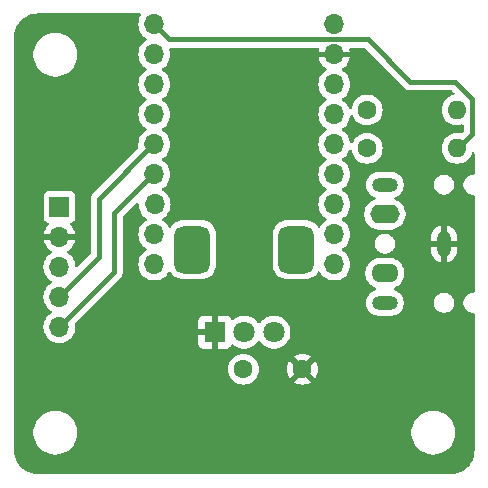
<source format=gbr>
%TF.GenerationSoftware,KiCad,Pcbnew,8.0.7*%
%TF.CreationDate,2025-04-07T14:00:10+01:00*%
%TF.ProjectId,WaveshareDuppaController,57617665-7368-4617-9265-447570706143,rev?*%
%TF.SameCoordinates,Original*%
%TF.FileFunction,Copper,L2,Bot*%
%TF.FilePolarity,Positive*%
%FSLAX46Y46*%
G04 Gerber Fmt 4.6, Leading zero omitted, Abs format (unit mm)*
G04 Created by KiCad (PCBNEW 8.0.7) date 2025-04-07 14:00:10*
%MOMM*%
%LPD*%
G01*
G04 APERTURE LIST*
G04 Aperture macros list*
%AMRoundRect*
0 Rectangle with rounded corners*
0 $1 Rounding radius*
0 $2 $3 $4 $5 $6 $7 $8 $9 X,Y pos of 4 corners*
0 Add a 4 corners polygon primitive as box body*
4,1,4,$2,$3,$4,$5,$6,$7,$8,$9,$2,$3,0*
0 Add four circle primitives for the rounded corners*
1,1,$1+$1,$2,$3*
1,1,$1+$1,$4,$5*
1,1,$1+$1,$6,$7*
1,1,$1+$1,$8,$9*
0 Add four rect primitives between the rounded corners*
20,1,$1+$1,$2,$3,$4,$5,0*
20,1,$1+$1,$4,$5,$6,$7,0*
20,1,$1+$1,$6,$7,$8,$9,0*
20,1,$1+$1,$8,$9,$2,$3,0*%
G04 Aperture macros list end*
%TA.AperFunction,ComponentPad*%
%ADD10O,2.200000X1.200000*%
%TD*%
%TA.AperFunction,ComponentPad*%
%ADD11O,2.300000X1.600000*%
%TD*%
%TA.AperFunction,ComponentPad*%
%ADD12O,1.200000X2.200000*%
%TD*%
%TA.AperFunction,ComponentPad*%
%ADD13O,2.500000X1.600000*%
%TD*%
%TA.AperFunction,ComponentPad*%
%ADD14C,1.600000*%
%TD*%
%TA.AperFunction,ComponentPad*%
%ADD15R,1.700000X1.700000*%
%TD*%
%TA.AperFunction,ComponentPad*%
%ADD16O,1.700000X1.700000*%
%TD*%
%TA.AperFunction,ComponentPad*%
%ADD17O,1.600000X1.600000*%
%TD*%
%TA.AperFunction,ComponentPad*%
%ADD18R,1.800000X1.800000*%
%TD*%
%TA.AperFunction,ComponentPad*%
%ADD19C,1.800000*%
%TD*%
%TA.AperFunction,ComponentPad*%
%ADD20RoundRect,0.750000X0.750000X-1.250000X0.750000X1.250000X-0.750000X1.250000X-0.750000X-1.250000X0*%
%TD*%
%TA.AperFunction,ViaPad*%
%ADD21C,0.600000*%
%TD*%
%TA.AperFunction,Conductor*%
%ADD22C,0.400000*%
%TD*%
G04 APERTURE END LIST*
D10*
%TO.P,J2,R*%
%TO.N,Net-(J2-PadR)*%
X81900000Y-75000000D03*
D11*
%TO.P,J2,RN*%
%TO.N,N/C*%
X81900000Y-72500000D03*
D12*
%TO.P,J2,S*%
%TO.N,GND*%
X86900000Y-70000000D03*
D10*
%TO.P,J2,T*%
%TO.N,Net-(J2-PadT)*%
X81900000Y-65000000D03*
D13*
%TO.P,J2,TN*%
%TO.N,N/C*%
X81900000Y-67500000D03*
%TD*%
D14*
%TO.P,C1,1*%
%TO.N,/ALG*%
X69925000Y-80625000D03*
%TO.P,C1,2*%
%TO.N,GND*%
X74925000Y-80625000D03*
%TD*%
D15*
%TO.P,J1,1,Pin_1*%
%TO.N,+5V*%
X54350000Y-66875000D03*
D16*
%TO.P,J1,2,Pin_2*%
%TO.N,GND*%
X54350000Y-69415000D03*
%TO.P,J1,3,Pin_3*%
%TO.N,+3.3V*%
X54350000Y-71955000D03*
%TO.P,J1,4,Pin_4*%
%TO.N,/SDA*%
X54350000Y-74495000D03*
%TO.P,J1,5,Pin_5*%
%TO.N,/SCL*%
X54350000Y-77035000D03*
%TD*%
D14*
%TO.P,R3,1*%
%TO.N,Net-(J2-PadT)*%
X80400000Y-61925000D03*
D17*
%TO.P,R3,2*%
%TO.N,/TX*%
X88020000Y-61925000D03*
%TD*%
D14*
%TO.P,R2,1*%
%TO.N,Net-(J2-PadR)*%
X80400000Y-58675000D03*
D17*
%TO.P,R2,2*%
%TO.N,+3.3V*%
X88020000Y-58675000D03*
%TD*%
D18*
%TO.P,RV1,1,1*%
%TO.N,GND*%
X67500000Y-77500000D03*
D19*
%TO.P,RV1,2,2*%
%TO.N,/ALG*%
X70000000Y-77500000D03*
%TO.P,RV1,3,3*%
%TO.N,+3.3V*%
X72500000Y-77500000D03*
D20*
%TO.P,RV1,MP*%
%TO.N,N/C*%
X65600000Y-70500000D03*
X74400000Y-70500000D03*
%TD*%
D16*
%TO.P,U1,1,+5V*%
%TO.N,+5V*%
X77620000Y-51440000D03*
%TO.P,U1,2,GND*%
%TO.N,GND*%
X77620000Y-53980000D03*
%TO.P,U1,3,+3V3*%
%TO.N,+3.3V*%
X77620000Y-56520000D03*
%TO.P,U1,4,4*%
%TO.N,/ALG*%
X77620000Y-59060000D03*
%TO.P,U1,5,5*%
%TO.N,unconnected-(U1-Pad5)*%
X77620000Y-61600000D03*
%TO.P,U1,6,6*%
%TO.N,unconnected-(U1-Pad6)*%
X77620000Y-64140000D03*
%TO.P,U1,7,7*%
%TO.N,unconnected-(U1-Pad7)*%
X77620000Y-66680000D03*
%TO.P,U1,8,8*%
%TO.N,unconnected-(U1-Pad8)*%
X77620000Y-69220000D03*
%TO.P,U1,9,9*%
%TO.N,unconnected-(U1-Pad9)*%
X77620000Y-71760000D03*
%TO.P,U1,10,10*%
%TO.N,unconnected-(U1-Pad10)*%
X62380000Y-71760000D03*
%TO.P,U1,11,11*%
%TO.N,unconnected-(U1-Pad11)*%
X62380000Y-69220000D03*
%TO.P,U1,12,12*%
%TO.N,unconnected-(U1-Pad12)*%
X62400000Y-66680000D03*
%TO.P,U1,13,13*%
%TO.N,/SCL*%
X62380000Y-64140000D03*
%TO.P,U1,14,14*%
%TO.N,/SDA*%
X62380000Y-61600000D03*
%TO.P,U1,15,15*%
%TO.N,unconnected-(U1-Pad15)*%
X62380000Y-59060000D03*
%TO.P,U1,16,16*%
%TO.N,unconnected-(U1-Pad16)*%
X62380000Y-56520000D03*
%TO.P,U1,17,17/RX*%
%TO.N,/RX*%
X62380000Y-53980000D03*
%TO.P,U1,18,18/TX*%
%TO.N,/TX*%
X62380000Y-51440000D03*
%TD*%
D21*
%TO.N,GND*%
X86430000Y-60130000D03*
X86440000Y-57430000D03*
X60425000Y-68125000D03*
X66900000Y-53875000D03*
X84570000Y-60150000D03*
X60350000Y-61350000D03*
X72800000Y-53875000D03*
X84590000Y-57430000D03*
X58075000Y-76150000D03*
X68650000Y-68900000D03*
%TD*%
D22*
%TO.N,/TX*%
X89300000Y-57750000D02*
X89300000Y-60745000D01*
X87845025Y-56295025D02*
X89300000Y-57750000D01*
X89300000Y-60745000D02*
X88120000Y-61925000D01*
X84044975Y-56295025D02*
X87845025Y-56295025D01*
X63630000Y-52690000D02*
X80439950Y-52690000D01*
X62380000Y-51440000D02*
X63630000Y-52690000D01*
X80439950Y-52690000D02*
X84044975Y-56295025D01*
%TO.N,/SCL*%
X54350000Y-77035000D02*
X59000000Y-72385000D01*
X59000000Y-72385000D02*
X59000000Y-67420000D01*
X59000000Y-67420000D02*
X62380000Y-64040000D01*
%TO.N,/SDA*%
X54350000Y-74495000D02*
X57700000Y-71145000D01*
X57700000Y-71145000D02*
X57700000Y-66180000D01*
X57700000Y-66180000D02*
X62380000Y-61500000D01*
%TD*%
%TA.AperFunction,Conductor*%
%TO.N,GND*%
G36*
X61218026Y-50520185D02*
G01*
X61263781Y-50572989D01*
X61273725Y-50642147D01*
X61252562Y-50695623D01*
X61205965Y-50762169D01*
X61205964Y-50762171D01*
X61106098Y-50976335D01*
X61106094Y-50976344D01*
X61044938Y-51204586D01*
X61044936Y-51204596D01*
X61024341Y-51439999D01*
X61024341Y-51440000D01*
X61044936Y-51675403D01*
X61044938Y-51675413D01*
X61106094Y-51903655D01*
X61106096Y-51903659D01*
X61106097Y-51903663D01*
X61145715Y-51988623D01*
X61205965Y-52117830D01*
X61205967Y-52117834D01*
X61341501Y-52311395D01*
X61341506Y-52311402D01*
X61508597Y-52478493D01*
X61508603Y-52478498D01*
X61694158Y-52608425D01*
X61737783Y-52663002D01*
X61744977Y-52732500D01*
X61713454Y-52794855D01*
X61694158Y-52811575D01*
X61508597Y-52941505D01*
X61341505Y-53108597D01*
X61205965Y-53302169D01*
X61205964Y-53302171D01*
X61106098Y-53516335D01*
X61106094Y-53516344D01*
X61044938Y-53744586D01*
X61044936Y-53744596D01*
X61024341Y-53979999D01*
X61024341Y-53980000D01*
X61044936Y-54215403D01*
X61044938Y-54215413D01*
X61106094Y-54443655D01*
X61106096Y-54443659D01*
X61106097Y-54443663D01*
X61177180Y-54596100D01*
X61205965Y-54657830D01*
X61205967Y-54657834D01*
X61341501Y-54851395D01*
X61341506Y-54851402D01*
X61508597Y-55018493D01*
X61508603Y-55018498D01*
X61694158Y-55148425D01*
X61737783Y-55203002D01*
X61744977Y-55272500D01*
X61713454Y-55334855D01*
X61694158Y-55351575D01*
X61508597Y-55481505D01*
X61341505Y-55648597D01*
X61205965Y-55842169D01*
X61205964Y-55842171D01*
X61106098Y-56056335D01*
X61106094Y-56056344D01*
X61044938Y-56284586D01*
X61044936Y-56284596D01*
X61024341Y-56519999D01*
X61024341Y-56520000D01*
X61044936Y-56755403D01*
X61044938Y-56755413D01*
X61106094Y-56983655D01*
X61106096Y-56983659D01*
X61106097Y-56983663D01*
X61205965Y-57197830D01*
X61205967Y-57197834D01*
X61253683Y-57265979D01*
X61340079Y-57389365D01*
X61341501Y-57391395D01*
X61341506Y-57391402D01*
X61508597Y-57558493D01*
X61508603Y-57558498D01*
X61694158Y-57688425D01*
X61737783Y-57743002D01*
X61744977Y-57812500D01*
X61713454Y-57874855D01*
X61694158Y-57891575D01*
X61508597Y-58021505D01*
X61341505Y-58188597D01*
X61205965Y-58382169D01*
X61205964Y-58382171D01*
X61106098Y-58596335D01*
X61106094Y-58596344D01*
X61044938Y-58824586D01*
X61044936Y-58824596D01*
X61024341Y-59059999D01*
X61024341Y-59060000D01*
X61044936Y-59295403D01*
X61044938Y-59295413D01*
X61106094Y-59523655D01*
X61106096Y-59523659D01*
X61106097Y-59523663D01*
X61176688Y-59675045D01*
X61205965Y-59737830D01*
X61205967Y-59737834D01*
X61341501Y-59931395D01*
X61341506Y-59931402D01*
X61508597Y-60098493D01*
X61508603Y-60098498D01*
X61694158Y-60228425D01*
X61737783Y-60283002D01*
X61744977Y-60352500D01*
X61713454Y-60414855D01*
X61694158Y-60431575D01*
X61508597Y-60561505D01*
X61341505Y-60728597D01*
X61205965Y-60922169D01*
X61205964Y-60922171D01*
X61106098Y-61136335D01*
X61106094Y-61136344D01*
X61044938Y-61364586D01*
X61044936Y-61364596D01*
X61024341Y-61599999D01*
X61024341Y-61600001D01*
X61040621Y-61786080D01*
X61026854Y-61854580D01*
X61004774Y-61884568D01*
X57155888Y-65733453D01*
X57155885Y-65733456D01*
X57085087Y-65839415D01*
X57079229Y-65848180D01*
X57079224Y-65848189D01*
X57026420Y-65975671D01*
X57026418Y-65975677D01*
X56999500Y-66111004D01*
X56999500Y-70803480D01*
X56979815Y-70870519D01*
X56963181Y-70891161D01*
X55909273Y-71945068D01*
X55847950Y-71978553D01*
X55778258Y-71973569D01*
X55722325Y-71931697D01*
X55698064Y-71868194D01*
X55693707Y-71818390D01*
X55685063Y-71719592D01*
X55623903Y-71491337D01*
X55524035Y-71277171D01*
X55492072Y-71231522D01*
X55388494Y-71083597D01*
X55221402Y-70916506D01*
X55221401Y-70916505D01*
X55035405Y-70786269D01*
X54991781Y-70731692D01*
X54984588Y-70662193D01*
X55016110Y-70599839D01*
X55035405Y-70583119D01*
X55221082Y-70453105D01*
X55388105Y-70286082D01*
X55523600Y-70092578D01*
X55623429Y-69878492D01*
X55623432Y-69878486D01*
X55680636Y-69665000D01*
X54783012Y-69665000D01*
X54815925Y-69607993D01*
X54850000Y-69480826D01*
X54850000Y-69349174D01*
X54815925Y-69222007D01*
X54783012Y-69165000D01*
X55680636Y-69165000D01*
X55680635Y-69164999D01*
X55623432Y-68951513D01*
X55623429Y-68951507D01*
X55523600Y-68737422D01*
X55523599Y-68737420D01*
X55388113Y-68543926D01*
X55388108Y-68543920D01*
X55266053Y-68421865D01*
X55232568Y-68360542D01*
X55237552Y-68290850D01*
X55279424Y-68234917D01*
X55310400Y-68218002D01*
X55442331Y-68168796D01*
X55557546Y-68082546D01*
X55643796Y-67967331D01*
X55694091Y-67832483D01*
X55700500Y-67772873D01*
X55700499Y-65977128D01*
X55694091Y-65917517D01*
X55676437Y-65870185D01*
X55643797Y-65782671D01*
X55643793Y-65782664D01*
X55557547Y-65667455D01*
X55557544Y-65667452D01*
X55442335Y-65581206D01*
X55442328Y-65581202D01*
X55307482Y-65530908D01*
X55307483Y-65530908D01*
X55247883Y-65524501D01*
X55247881Y-65524500D01*
X55247873Y-65524500D01*
X55247864Y-65524500D01*
X53452129Y-65524500D01*
X53452123Y-65524501D01*
X53392516Y-65530908D01*
X53257671Y-65581202D01*
X53257664Y-65581206D01*
X53142455Y-65667452D01*
X53142452Y-65667455D01*
X53056206Y-65782664D01*
X53056202Y-65782671D01*
X53005908Y-65917517D01*
X52999656Y-65975672D01*
X52999501Y-65977123D01*
X52999500Y-65977135D01*
X52999500Y-67772870D01*
X52999501Y-67772876D01*
X53005908Y-67832483D01*
X53056202Y-67967328D01*
X53056206Y-67967335D01*
X53142452Y-68082544D01*
X53142455Y-68082547D01*
X53257664Y-68168793D01*
X53257671Y-68168797D01*
X53291746Y-68181506D01*
X53389598Y-68218002D01*
X53445531Y-68259873D01*
X53469949Y-68325337D01*
X53455098Y-68393610D01*
X53433947Y-68421865D01*
X53311886Y-68543926D01*
X53176400Y-68737420D01*
X53176399Y-68737422D01*
X53076570Y-68951507D01*
X53076567Y-68951513D01*
X53019364Y-69164999D01*
X53019364Y-69165000D01*
X53916988Y-69165000D01*
X53884075Y-69222007D01*
X53850000Y-69349174D01*
X53850000Y-69480826D01*
X53884075Y-69607993D01*
X53916988Y-69665000D01*
X53019364Y-69665000D01*
X53076567Y-69878486D01*
X53076570Y-69878492D01*
X53176399Y-70092578D01*
X53311894Y-70286082D01*
X53478917Y-70453105D01*
X53664595Y-70583119D01*
X53708219Y-70637696D01*
X53715412Y-70707195D01*
X53683890Y-70769549D01*
X53664595Y-70786269D01*
X53478594Y-70916508D01*
X53311505Y-71083597D01*
X53175965Y-71277169D01*
X53175964Y-71277171D01*
X53076098Y-71491335D01*
X53076094Y-71491344D01*
X53014938Y-71719586D01*
X53014936Y-71719596D01*
X52994341Y-71954999D01*
X52994341Y-71955000D01*
X53014936Y-72190403D01*
X53014938Y-72190413D01*
X53076094Y-72418655D01*
X53076096Y-72418659D01*
X53076097Y-72418663D01*
X53161752Y-72602351D01*
X53175965Y-72632830D01*
X53175967Y-72632834D01*
X53311501Y-72826395D01*
X53311506Y-72826402D01*
X53478597Y-72993493D01*
X53478603Y-72993498D01*
X53664158Y-73123425D01*
X53707783Y-73178002D01*
X53714977Y-73247500D01*
X53683454Y-73309855D01*
X53664158Y-73326575D01*
X53478597Y-73456505D01*
X53311505Y-73623597D01*
X53175965Y-73817169D01*
X53175964Y-73817171D01*
X53076098Y-74031335D01*
X53076094Y-74031344D01*
X53014938Y-74259586D01*
X53014936Y-74259596D01*
X52994341Y-74494999D01*
X52994341Y-74495000D01*
X53014936Y-74730403D01*
X53014938Y-74730413D01*
X53076094Y-74958655D01*
X53076096Y-74958659D01*
X53076097Y-74958663D01*
X53175965Y-75172830D01*
X53175967Y-75172834D01*
X53311501Y-75366395D01*
X53311506Y-75366402D01*
X53478597Y-75533493D01*
X53478603Y-75533498D01*
X53664158Y-75663425D01*
X53707783Y-75718002D01*
X53714977Y-75787500D01*
X53683454Y-75849855D01*
X53664158Y-75866575D01*
X53478597Y-75996505D01*
X53311505Y-76163597D01*
X53175965Y-76357169D01*
X53175964Y-76357171D01*
X53076098Y-76571335D01*
X53076094Y-76571344D01*
X53014938Y-76799586D01*
X53014936Y-76799596D01*
X52994341Y-77034999D01*
X52994341Y-77035000D01*
X53014936Y-77270403D01*
X53014938Y-77270413D01*
X53076094Y-77498655D01*
X53076096Y-77498659D01*
X53076097Y-77498663D01*
X53107416Y-77565826D01*
X53175965Y-77712830D01*
X53175967Y-77712834D01*
X53284281Y-77867521D01*
X53311505Y-77906401D01*
X53478599Y-78073495D01*
X53568949Y-78136759D01*
X53672165Y-78209032D01*
X53672167Y-78209033D01*
X53672170Y-78209035D01*
X53886337Y-78308903D01*
X54114592Y-78370063D01*
X54302918Y-78386539D01*
X54349999Y-78390659D01*
X54350000Y-78390659D01*
X54350001Y-78390659D01*
X54389234Y-78387226D01*
X54585408Y-78370063D01*
X54813663Y-78308903D01*
X55027830Y-78209035D01*
X55221401Y-78073495D01*
X55388495Y-77906401D01*
X55524035Y-77712830D01*
X55623903Y-77498663D01*
X55685063Y-77270408D01*
X55705659Y-77035000D01*
X55685063Y-76799592D01*
X55680558Y-76782779D01*
X55682219Y-76712932D01*
X55712649Y-76663006D01*
X55823500Y-76552155D01*
X66100000Y-76552155D01*
X66100000Y-77250000D01*
X67066988Y-77250000D01*
X67034075Y-77307007D01*
X67000000Y-77434174D01*
X67000000Y-77565826D01*
X67034075Y-77692993D01*
X67066988Y-77750000D01*
X66100000Y-77750000D01*
X66100000Y-78447844D01*
X66106401Y-78507372D01*
X66106403Y-78507379D01*
X66156645Y-78642086D01*
X66156649Y-78642093D01*
X66242809Y-78757187D01*
X66242812Y-78757190D01*
X66357906Y-78843350D01*
X66357913Y-78843354D01*
X66492620Y-78893596D01*
X66492627Y-78893598D01*
X66552155Y-78899999D01*
X66552172Y-78900000D01*
X67250000Y-78900000D01*
X67250000Y-77933012D01*
X67307007Y-77965925D01*
X67434174Y-78000000D01*
X67565826Y-78000000D01*
X67692993Y-77965925D01*
X67750000Y-77933012D01*
X67750000Y-78900000D01*
X68447828Y-78900000D01*
X68447844Y-78899999D01*
X68507372Y-78893598D01*
X68507379Y-78893596D01*
X68642086Y-78843354D01*
X68642093Y-78843350D01*
X68757187Y-78757190D01*
X68757190Y-78757187D01*
X68843350Y-78642093D01*
X68843353Y-78642088D01*
X68861678Y-78592955D01*
X68903549Y-78537020D01*
X68969013Y-78512602D01*
X69037286Y-78527453D01*
X69054023Y-78538433D01*
X69231365Y-78676464D01*
X69231371Y-78676468D01*
X69231374Y-78676470D01*
X69435497Y-78786936D01*
X69549487Y-78826068D01*
X69655015Y-78862297D01*
X69655017Y-78862297D01*
X69655019Y-78862298D01*
X69883951Y-78900500D01*
X69883952Y-78900500D01*
X70116048Y-78900500D01*
X70116049Y-78900500D01*
X70344981Y-78862298D01*
X70564503Y-78786936D01*
X70768626Y-78676470D01*
X70951784Y-78533913D01*
X71108979Y-78363153D01*
X71146191Y-78306196D01*
X71199337Y-78260839D01*
X71268569Y-78251415D01*
X71331904Y-78280917D01*
X71353809Y-78306196D01*
X71391016Y-78363147D01*
X71391019Y-78363151D01*
X71391021Y-78363153D01*
X71548216Y-78533913D01*
X71548219Y-78533915D01*
X71548222Y-78533918D01*
X71731365Y-78676464D01*
X71731371Y-78676468D01*
X71731374Y-78676470D01*
X71935497Y-78786936D01*
X72049487Y-78826068D01*
X72155015Y-78862297D01*
X72155017Y-78862297D01*
X72155019Y-78862298D01*
X72383951Y-78900500D01*
X72383952Y-78900500D01*
X72616048Y-78900500D01*
X72616049Y-78900500D01*
X72844981Y-78862298D01*
X73064503Y-78786936D01*
X73268626Y-78676470D01*
X73451784Y-78533913D01*
X73608979Y-78363153D01*
X73735924Y-78168849D01*
X73829157Y-77956300D01*
X73886134Y-77731305D01*
X73905300Y-77500000D01*
X73905300Y-77499993D01*
X73886135Y-77268702D01*
X73886133Y-77268691D01*
X73829157Y-77043699D01*
X73735924Y-76831151D01*
X73608983Y-76636852D01*
X73608980Y-76636849D01*
X73608979Y-76636847D01*
X73451784Y-76466087D01*
X73451779Y-76466083D01*
X73451777Y-76466081D01*
X73268634Y-76323535D01*
X73268628Y-76323531D01*
X73064504Y-76213064D01*
X73064495Y-76213061D01*
X72844984Y-76137702D01*
X72657404Y-76106401D01*
X72616049Y-76099500D01*
X72383951Y-76099500D01*
X72342596Y-76106401D01*
X72155015Y-76137702D01*
X71935504Y-76213061D01*
X71935495Y-76213064D01*
X71731371Y-76323531D01*
X71731365Y-76323535D01*
X71548222Y-76466081D01*
X71548219Y-76466084D01*
X71548216Y-76466086D01*
X71548216Y-76466087D01*
X71523785Y-76492627D01*
X71391015Y-76636854D01*
X71353808Y-76693804D01*
X71300662Y-76739161D01*
X71231430Y-76748584D01*
X71168095Y-76719082D01*
X71146192Y-76693804D01*
X71108984Y-76636854D01*
X71108982Y-76636852D01*
X71108979Y-76636847D01*
X70951784Y-76466087D01*
X70951779Y-76466083D01*
X70951777Y-76466081D01*
X70768634Y-76323535D01*
X70768628Y-76323531D01*
X70564504Y-76213064D01*
X70564495Y-76213061D01*
X70344984Y-76137702D01*
X70157404Y-76106401D01*
X70116049Y-76099500D01*
X69883951Y-76099500D01*
X69842596Y-76106401D01*
X69655015Y-76137702D01*
X69435504Y-76213061D01*
X69435495Y-76213064D01*
X69231372Y-76323531D01*
X69054023Y-76461567D01*
X68989029Y-76487209D01*
X68920489Y-76473642D01*
X68870164Y-76425174D01*
X68861679Y-76407045D01*
X68843355Y-76357915D01*
X68843350Y-76357906D01*
X68757190Y-76242812D01*
X68757187Y-76242809D01*
X68642093Y-76156649D01*
X68642086Y-76156645D01*
X68507379Y-76106403D01*
X68507372Y-76106401D01*
X68447844Y-76100000D01*
X67750000Y-76100000D01*
X67750000Y-77066988D01*
X67692993Y-77034075D01*
X67565826Y-77000000D01*
X67434174Y-77000000D01*
X67307007Y-77034075D01*
X67250000Y-77066988D01*
X67250000Y-76100000D01*
X66552155Y-76100000D01*
X66492627Y-76106401D01*
X66492620Y-76106403D01*
X66357913Y-76156645D01*
X66357906Y-76156649D01*
X66242812Y-76242809D01*
X66242809Y-76242812D01*
X66156649Y-76357906D01*
X66156645Y-76357913D01*
X66106403Y-76492620D01*
X66106401Y-76492627D01*
X66100000Y-76552155D01*
X55823500Y-76552155D01*
X59544114Y-72831543D01*
X59620775Y-72716811D01*
X59622015Y-72713819D01*
X59668185Y-72602352D01*
X59673580Y-72589328D01*
X59700500Y-72453994D01*
X59700500Y-72316006D01*
X59700500Y-67761518D01*
X59720185Y-67694479D01*
X59736814Y-67673842D01*
X60833514Y-66577141D01*
X60894837Y-66543657D01*
X60964529Y-66548641D01*
X61020462Y-66590513D01*
X61044879Y-66655977D01*
X61044723Y-66675628D01*
X61044341Y-66679995D01*
X61044341Y-66680000D01*
X61064936Y-66915403D01*
X61064938Y-66915413D01*
X61126094Y-67143655D01*
X61126096Y-67143659D01*
X61126097Y-67143663D01*
X61225965Y-67357830D01*
X61225967Y-67357834D01*
X61361501Y-67551395D01*
X61361506Y-67551402D01*
X61528597Y-67718493D01*
X61528603Y-67718498D01*
X61704158Y-67841423D01*
X61747783Y-67896000D01*
X61754977Y-67965498D01*
X61723454Y-68027853D01*
X61704158Y-68044573D01*
X61508597Y-68181505D01*
X61341505Y-68348597D01*
X61205965Y-68542169D01*
X61205964Y-68542171D01*
X61106098Y-68756335D01*
X61106094Y-68756344D01*
X61044938Y-68984586D01*
X61044936Y-68984596D01*
X61024341Y-69219999D01*
X61024341Y-69220000D01*
X61044936Y-69455403D01*
X61044938Y-69455413D01*
X61106094Y-69683655D01*
X61106096Y-69683659D01*
X61106097Y-69683663D01*
X61167387Y-69815099D01*
X61205965Y-69897830D01*
X61205967Y-69897834D01*
X61314281Y-70052521D01*
X61336162Y-70083771D01*
X61341501Y-70091395D01*
X61341506Y-70091402D01*
X61508597Y-70258493D01*
X61508603Y-70258498D01*
X61694158Y-70388425D01*
X61737783Y-70443002D01*
X61744977Y-70512500D01*
X61713454Y-70574855D01*
X61694158Y-70591575D01*
X61508597Y-70721505D01*
X61341505Y-70888597D01*
X61205965Y-71082169D01*
X61205964Y-71082171D01*
X61106098Y-71296335D01*
X61106094Y-71296344D01*
X61044938Y-71524586D01*
X61044936Y-71524596D01*
X61024341Y-71759999D01*
X61024341Y-71760000D01*
X61044936Y-71995403D01*
X61044938Y-71995413D01*
X61106094Y-72223655D01*
X61106096Y-72223659D01*
X61106097Y-72223663D01*
X61171744Y-72364443D01*
X61205965Y-72437830D01*
X61205967Y-72437834D01*
X61287760Y-72554645D01*
X61341505Y-72631401D01*
X61508599Y-72798495D01*
X61570741Y-72842007D01*
X61702165Y-72934032D01*
X61702167Y-72934033D01*
X61702170Y-72934035D01*
X61916337Y-73033903D01*
X62144592Y-73095063D01*
X62332918Y-73111539D01*
X62379999Y-73115659D01*
X62380000Y-73115659D01*
X62380001Y-73115659D01*
X62419234Y-73112226D01*
X62615408Y-73095063D01*
X62843663Y-73033903D01*
X63057830Y-72934035D01*
X63251401Y-72798495D01*
X63418495Y-72631401D01*
X63554035Y-72437830D01*
X63563804Y-72416878D01*
X63609972Y-72364443D01*
X63677165Y-72345289D01*
X63744047Y-72365503D01*
X63778113Y-72398669D01*
X63886174Y-72554645D01*
X63886178Y-72554650D01*
X63886181Y-72554654D01*
X64045346Y-72713819D01*
X64045350Y-72713822D01*
X64045354Y-72713825D01*
X64167565Y-72798493D01*
X64230374Y-72842007D01*
X64435317Y-72935096D01*
X64435321Y-72935097D01*
X64653579Y-72990094D01*
X64653581Y-72990094D01*
X64653588Y-72990096D01*
X64785783Y-73000500D01*
X66414216Y-73000499D01*
X66546412Y-72990096D01*
X66764683Y-72935096D01*
X66969626Y-72842007D01*
X67154654Y-72713819D01*
X67313819Y-72554654D01*
X67442007Y-72369626D01*
X67535096Y-72164683D01*
X67590096Y-71946412D01*
X67600500Y-71814217D01*
X67600499Y-69185784D01*
X67590096Y-69053588D01*
X67572711Y-68984596D01*
X67535097Y-68835321D01*
X67535096Y-68835318D01*
X67528704Y-68821246D01*
X67442007Y-68630374D01*
X67382116Y-68543926D01*
X67313825Y-68445354D01*
X67313822Y-68445350D01*
X67313819Y-68445346D01*
X67154654Y-68286181D01*
X67154650Y-68286178D01*
X67154645Y-68286174D01*
X66969632Y-68157997D01*
X66969630Y-68157995D01*
X66969626Y-68157993D01*
X66803525Y-68082547D01*
X66764681Y-68064903D01*
X66764678Y-68064902D01*
X66546420Y-68009905D01*
X66546413Y-68009904D01*
X66502347Y-68006436D01*
X66414217Y-67999500D01*
X66414215Y-67999500D01*
X64785791Y-67999500D01*
X64785776Y-67999501D01*
X64653586Y-68009904D01*
X64653579Y-68009905D01*
X64435321Y-68064902D01*
X64435318Y-68064903D01*
X64230377Y-68157991D01*
X64230367Y-68157997D01*
X64045354Y-68286174D01*
X64045342Y-68286184D01*
X63886184Y-68445342D01*
X63886178Y-68445350D01*
X63783687Y-68593285D01*
X63729328Y-68637181D01*
X63659866Y-68644720D01*
X63597355Y-68613508D01*
X63569377Y-68575073D01*
X63554035Y-68542171D01*
X63518882Y-68491966D01*
X63418494Y-68348597D01*
X63251402Y-68181506D01*
X63251396Y-68181501D01*
X63075842Y-68058577D01*
X63032217Y-68004000D01*
X63025023Y-67934502D01*
X63056546Y-67872147D01*
X63075842Y-67855427D01*
X63108611Y-67832482D01*
X63271401Y-67718495D01*
X63438495Y-67551401D01*
X63574035Y-67357830D01*
X63673903Y-67143663D01*
X63735063Y-66915408D01*
X63755659Y-66680000D01*
X63755276Y-66675628D01*
X63741793Y-66521517D01*
X63735063Y-66444592D01*
X63673903Y-66216337D01*
X63574035Y-66002171D01*
X63556501Y-65977129D01*
X63438494Y-65808597D01*
X63271402Y-65641506D01*
X63271401Y-65641505D01*
X63077830Y-65505965D01*
X63077831Y-65505965D01*
X63075841Y-65504572D01*
X63032217Y-65449995D01*
X63025024Y-65380496D01*
X63056546Y-65318142D01*
X63075836Y-65301426D01*
X63251401Y-65178495D01*
X63418495Y-65011401D01*
X63554035Y-64817830D01*
X63653903Y-64603663D01*
X63715063Y-64375408D01*
X63735659Y-64140000D01*
X63715063Y-63904592D01*
X63653903Y-63676337D01*
X63554035Y-63462171D01*
X63534386Y-63434108D01*
X63418494Y-63268597D01*
X63251402Y-63101506D01*
X63251396Y-63101501D01*
X63065842Y-62971575D01*
X63022217Y-62916998D01*
X63015023Y-62847500D01*
X63046546Y-62785145D01*
X63065842Y-62768425D01*
X63088026Y-62752891D01*
X63251401Y-62638495D01*
X63418495Y-62471401D01*
X63554035Y-62277830D01*
X63653903Y-62063663D01*
X63715063Y-61835408D01*
X63735659Y-61600000D01*
X63715063Y-61364592D01*
X63653903Y-61136337D01*
X63554035Y-60922171D01*
X63418495Y-60728599D01*
X63418494Y-60728597D01*
X63251402Y-60561506D01*
X63251396Y-60561501D01*
X63065842Y-60431575D01*
X63022217Y-60376998D01*
X63015023Y-60307500D01*
X63046546Y-60245145D01*
X63065842Y-60228425D01*
X63088026Y-60212891D01*
X63251401Y-60098495D01*
X63418495Y-59931401D01*
X63554035Y-59737830D01*
X63653903Y-59523663D01*
X63715063Y-59295408D01*
X63735659Y-59060000D01*
X63715063Y-58824592D01*
X63653903Y-58596337D01*
X63554035Y-58382171D01*
X63446436Y-58228502D01*
X63418494Y-58188597D01*
X63251402Y-58021506D01*
X63251396Y-58021501D01*
X63065842Y-57891575D01*
X63022217Y-57836998D01*
X63015023Y-57767500D01*
X63046546Y-57705145D01*
X63065842Y-57688425D01*
X63088026Y-57672891D01*
X63251401Y-57558495D01*
X63418495Y-57391401D01*
X63554035Y-57197830D01*
X63653903Y-56983663D01*
X63715063Y-56755408D01*
X63735659Y-56520000D01*
X63715063Y-56284592D01*
X63653903Y-56056337D01*
X63554035Y-55842171D01*
X63537698Y-55818838D01*
X63418494Y-55648597D01*
X63251402Y-55481506D01*
X63251396Y-55481501D01*
X63065842Y-55351575D01*
X63022217Y-55296998D01*
X63015023Y-55227500D01*
X63046546Y-55165145D01*
X63065842Y-55148425D01*
X63088026Y-55132891D01*
X63251401Y-55018495D01*
X63418495Y-54851401D01*
X63554035Y-54657830D01*
X63653903Y-54443663D01*
X63715063Y-54215408D01*
X63735659Y-53980000D01*
X63715063Y-53744592D01*
X63662010Y-53546593D01*
X63663673Y-53476743D01*
X63702836Y-53418881D01*
X63767064Y-53391377D01*
X63781785Y-53390500D01*
X76218733Y-53390500D01*
X76285772Y-53410185D01*
X76331527Y-53462989D01*
X76341471Y-53532147D01*
X76338508Y-53546594D01*
X76289364Y-53729999D01*
X76289364Y-53730000D01*
X77186988Y-53730000D01*
X77154075Y-53787007D01*
X77120000Y-53914174D01*
X77120000Y-54045826D01*
X77154075Y-54172993D01*
X77186988Y-54230000D01*
X76289364Y-54230000D01*
X76346567Y-54443486D01*
X76346570Y-54443492D01*
X76446399Y-54657578D01*
X76581894Y-54851082D01*
X76748917Y-55018105D01*
X76934595Y-55148119D01*
X76978219Y-55202696D01*
X76985412Y-55272195D01*
X76953890Y-55334549D01*
X76934595Y-55351269D01*
X76748594Y-55481508D01*
X76581505Y-55648597D01*
X76445965Y-55842169D01*
X76445964Y-55842171D01*
X76346098Y-56056335D01*
X76346094Y-56056344D01*
X76284938Y-56284586D01*
X76284936Y-56284596D01*
X76264341Y-56519999D01*
X76264341Y-56520000D01*
X76284936Y-56755403D01*
X76284938Y-56755413D01*
X76346094Y-56983655D01*
X76346096Y-56983659D01*
X76346097Y-56983663D01*
X76445965Y-57197830D01*
X76445967Y-57197834D01*
X76493683Y-57265979D01*
X76580079Y-57389365D01*
X76581501Y-57391395D01*
X76581506Y-57391402D01*
X76748597Y-57558493D01*
X76748603Y-57558498D01*
X76934158Y-57688425D01*
X76977783Y-57743002D01*
X76984977Y-57812500D01*
X76953454Y-57874855D01*
X76934158Y-57891575D01*
X76748597Y-58021505D01*
X76581505Y-58188597D01*
X76445965Y-58382169D01*
X76445964Y-58382171D01*
X76346098Y-58596335D01*
X76346094Y-58596344D01*
X76284938Y-58824586D01*
X76284936Y-58824596D01*
X76264341Y-59059999D01*
X76264341Y-59060000D01*
X76284936Y-59295403D01*
X76284938Y-59295413D01*
X76346094Y-59523655D01*
X76346096Y-59523659D01*
X76346097Y-59523663D01*
X76416688Y-59675045D01*
X76445965Y-59737830D01*
X76445967Y-59737834D01*
X76581501Y-59931395D01*
X76581506Y-59931402D01*
X76748597Y-60098493D01*
X76748603Y-60098498D01*
X76934158Y-60228425D01*
X76977783Y-60283002D01*
X76984977Y-60352500D01*
X76953454Y-60414855D01*
X76934158Y-60431575D01*
X76748597Y-60561505D01*
X76581505Y-60728597D01*
X76445965Y-60922169D01*
X76445964Y-60922171D01*
X76346098Y-61136335D01*
X76346094Y-61136344D01*
X76284938Y-61364586D01*
X76284936Y-61364596D01*
X76264341Y-61599999D01*
X76264341Y-61600000D01*
X76284936Y-61835403D01*
X76284938Y-61835413D01*
X76346094Y-62063655D01*
X76346096Y-62063659D01*
X76346097Y-62063663D01*
X76387146Y-62151692D01*
X76445965Y-62277830D01*
X76445967Y-62277834D01*
X76581501Y-62471395D01*
X76581506Y-62471402D01*
X76748597Y-62638493D01*
X76748603Y-62638498D01*
X76934158Y-62768425D01*
X76977783Y-62823002D01*
X76984977Y-62892500D01*
X76953454Y-62954855D01*
X76934158Y-62971575D01*
X76748597Y-63101505D01*
X76581505Y-63268597D01*
X76445965Y-63462169D01*
X76445964Y-63462171D01*
X76346098Y-63676335D01*
X76346094Y-63676344D01*
X76284938Y-63904586D01*
X76284936Y-63904596D01*
X76264341Y-64139999D01*
X76264341Y-64140000D01*
X76284936Y-64375403D01*
X76284938Y-64375413D01*
X76346094Y-64603655D01*
X76346096Y-64603659D01*
X76346097Y-64603663D01*
X76410744Y-64742299D01*
X76445965Y-64817830D01*
X76445967Y-64817834D01*
X76581501Y-65011395D01*
X76581506Y-65011402D01*
X76748597Y-65178493D01*
X76748603Y-65178498D01*
X76934158Y-65308425D01*
X76977783Y-65363002D01*
X76984977Y-65432500D01*
X76953454Y-65494855D01*
X76934158Y-65511575D01*
X76748597Y-65641505D01*
X76581505Y-65808597D01*
X76445965Y-66002169D01*
X76445964Y-66002171D01*
X76346098Y-66216335D01*
X76346094Y-66216344D01*
X76284938Y-66444586D01*
X76284936Y-66444596D01*
X76264341Y-66679999D01*
X76264341Y-66680000D01*
X76284936Y-66915403D01*
X76284938Y-66915413D01*
X76346094Y-67143655D01*
X76346096Y-67143659D01*
X76346097Y-67143663D01*
X76445965Y-67357830D01*
X76445967Y-67357834D01*
X76581501Y-67551395D01*
X76581506Y-67551402D01*
X76748597Y-67718493D01*
X76748603Y-67718498D01*
X76934158Y-67848425D01*
X76977783Y-67903002D01*
X76984977Y-67972500D01*
X76953454Y-68034855D01*
X76934158Y-68051575D01*
X76748597Y-68181505D01*
X76581505Y-68348597D01*
X76445965Y-68542169D01*
X76430620Y-68575076D01*
X76384446Y-68627514D01*
X76317252Y-68646664D01*
X76250371Y-68626446D01*
X76216311Y-68593284D01*
X76113825Y-68445354D01*
X76113822Y-68445350D01*
X76113819Y-68445346D01*
X75954654Y-68286181D01*
X75954650Y-68286178D01*
X75954645Y-68286174D01*
X75769632Y-68157997D01*
X75769630Y-68157995D01*
X75769626Y-68157993D01*
X75603525Y-68082547D01*
X75564681Y-68064903D01*
X75564678Y-68064902D01*
X75346420Y-68009905D01*
X75346413Y-68009904D01*
X75302347Y-68006436D01*
X75214217Y-67999500D01*
X75214215Y-67999500D01*
X73585791Y-67999500D01*
X73585776Y-67999501D01*
X73453586Y-68009904D01*
X73453579Y-68009905D01*
X73235321Y-68064902D01*
X73235318Y-68064903D01*
X73030377Y-68157991D01*
X73030367Y-68157997D01*
X72845354Y-68286174D01*
X72845342Y-68286184D01*
X72686184Y-68445342D01*
X72686174Y-68445354D01*
X72557997Y-68630367D01*
X72557991Y-68630377D01*
X72464903Y-68835318D01*
X72464902Y-68835321D01*
X72409905Y-69053579D01*
X72409904Y-69053586D01*
X72399500Y-69185777D01*
X72399500Y-71814208D01*
X72399501Y-71814223D01*
X72409904Y-71946413D01*
X72409905Y-71946420D01*
X72464902Y-72164678D01*
X72464903Y-72164681D01*
X72557991Y-72369622D01*
X72557997Y-72369632D01*
X72686174Y-72554645D01*
X72686178Y-72554650D01*
X72686181Y-72554654D01*
X72845346Y-72713819D01*
X72845350Y-72713822D01*
X72845354Y-72713825D01*
X72967565Y-72798493D01*
X73030374Y-72842007D01*
X73235317Y-72935096D01*
X73235321Y-72935097D01*
X73453579Y-72990094D01*
X73453581Y-72990094D01*
X73453588Y-72990096D01*
X73585783Y-73000500D01*
X75214216Y-73000499D01*
X75346412Y-72990096D01*
X75564683Y-72935096D01*
X75769626Y-72842007D01*
X75954654Y-72713819D01*
X76113819Y-72554654D01*
X76221886Y-72398669D01*
X76276244Y-72354772D01*
X76345706Y-72347233D01*
X76408217Y-72378444D01*
X76436196Y-72416880D01*
X76445965Y-72437829D01*
X76445967Y-72437834D01*
X76527760Y-72554645D01*
X76581505Y-72631401D01*
X76748599Y-72798495D01*
X76810741Y-72842007D01*
X76942165Y-72934032D01*
X76942167Y-72934033D01*
X76942170Y-72934035D01*
X77156337Y-73033903D01*
X77384592Y-73095063D01*
X77572918Y-73111539D01*
X77619999Y-73115659D01*
X77620000Y-73115659D01*
X77620001Y-73115659D01*
X77659234Y-73112226D01*
X77855408Y-73095063D01*
X78083663Y-73033903D01*
X78297830Y-72934035D01*
X78491401Y-72798495D01*
X78658495Y-72631401D01*
X78794035Y-72437830D01*
X78812772Y-72397648D01*
X80249500Y-72397648D01*
X80249500Y-72602351D01*
X80281522Y-72804534D01*
X80344781Y-72999223D01*
X80437715Y-73181613D01*
X80558028Y-73347213D01*
X80702786Y-73491971D01*
X80857749Y-73604556D01*
X80868390Y-73612287D01*
X80984607Y-73671503D01*
X81050776Y-73705218D01*
X81050778Y-73705218D01*
X81050781Y-73705220D01*
X81074254Y-73712846D01*
X81131928Y-73752284D01*
X81159126Y-73816643D01*
X81147211Y-73885489D01*
X81099967Y-73936965D01*
X81074255Y-73948706D01*
X81040368Y-73959717D01*
X80977550Y-73980128D01*
X80823211Y-74058768D01*
X80776730Y-74092539D01*
X80683072Y-74160586D01*
X80683070Y-74160588D01*
X80683069Y-74160588D01*
X80560588Y-74283069D01*
X80560588Y-74283070D01*
X80560586Y-74283072D01*
X80519681Y-74339373D01*
X80458768Y-74423211D01*
X80380128Y-74577552D01*
X80326597Y-74742302D01*
X80325074Y-74751918D01*
X80299500Y-74913389D01*
X80299500Y-75086611D01*
X80326598Y-75257701D01*
X80380127Y-75422445D01*
X80458768Y-75576788D01*
X80560586Y-75716928D01*
X80683072Y-75839414D01*
X80823212Y-75941232D01*
X80977555Y-76019873D01*
X81142299Y-76073402D01*
X81313389Y-76100500D01*
X81313390Y-76100500D01*
X82486610Y-76100500D01*
X82486611Y-76100500D01*
X82657701Y-76073402D01*
X82822445Y-76019873D01*
X82976788Y-75941232D01*
X83116928Y-75839414D01*
X83239414Y-75716928D01*
X83341232Y-75576788D01*
X83419873Y-75422445D01*
X83473402Y-75257701D01*
X83500500Y-75086611D01*
X83500500Y-74916228D01*
X86049500Y-74916228D01*
X86049500Y-75083771D01*
X86082182Y-75248074D01*
X86082184Y-75248082D01*
X86146295Y-75402860D01*
X86239373Y-75542162D01*
X86357837Y-75660626D01*
X86443707Y-75718002D01*
X86497137Y-75753703D01*
X86651918Y-75817816D01*
X86812990Y-75849855D01*
X86816228Y-75850499D01*
X86816232Y-75850500D01*
X86816233Y-75850500D01*
X86983768Y-75850500D01*
X86983769Y-75850499D01*
X87148082Y-75817816D01*
X87302863Y-75753703D01*
X87442162Y-75660626D01*
X87560626Y-75542162D01*
X87653703Y-75402863D01*
X87717816Y-75248082D01*
X87750500Y-75083767D01*
X87750500Y-74916233D01*
X87717816Y-74751918D01*
X87653703Y-74597137D01*
X87601195Y-74518553D01*
X87560626Y-74457837D01*
X87442162Y-74339373D01*
X87302860Y-74246295D01*
X87148082Y-74182184D01*
X87148074Y-74182182D01*
X86983771Y-74149500D01*
X86983767Y-74149500D01*
X86816233Y-74149500D01*
X86816228Y-74149500D01*
X86651925Y-74182182D01*
X86651917Y-74182184D01*
X86497139Y-74246295D01*
X86357837Y-74339373D01*
X86239373Y-74457837D01*
X86146295Y-74597139D01*
X86082184Y-74751917D01*
X86082182Y-74751925D01*
X86049500Y-74916228D01*
X83500500Y-74916228D01*
X83500500Y-74913389D01*
X83473402Y-74742299D01*
X83419873Y-74577555D01*
X83341232Y-74423212D01*
X83239414Y-74283072D01*
X83116928Y-74160586D01*
X82976788Y-74058768D01*
X82822445Y-73980127D01*
X82725746Y-73948707D01*
X82668071Y-73909270D01*
X82640873Y-73844912D01*
X82652788Y-73776065D01*
X82700032Y-73724590D01*
X82725746Y-73712846D01*
X82749219Y-73705220D01*
X82931610Y-73612287D01*
X83024590Y-73544732D01*
X83097213Y-73491971D01*
X83097215Y-73491968D01*
X83097219Y-73491966D01*
X83241966Y-73347219D01*
X83241968Y-73347215D01*
X83241971Y-73347213D01*
X83294732Y-73274590D01*
X83362287Y-73181610D01*
X83455220Y-72999219D01*
X83518477Y-72804534D01*
X83550500Y-72602352D01*
X83550500Y-72397648D01*
X83518477Y-72195466D01*
X83509310Y-72167254D01*
X83455218Y-72000776D01*
X83387663Y-71868194D01*
X83362287Y-71818390D01*
X83354556Y-71807749D01*
X83241971Y-71652786D01*
X83097213Y-71508028D01*
X82931613Y-71387715D01*
X82931612Y-71387714D01*
X82931610Y-71387713D01*
X82874653Y-71358691D01*
X82749223Y-71294781D01*
X82554534Y-71231522D01*
X82379995Y-71203878D01*
X82352352Y-71199500D01*
X81447648Y-71199500D01*
X81423329Y-71203351D01*
X81245465Y-71231522D01*
X81050776Y-71294781D01*
X80868386Y-71387715D01*
X80702786Y-71508028D01*
X80558028Y-71652786D01*
X80437715Y-71818386D01*
X80344781Y-72000776D01*
X80281522Y-72195465D01*
X80249500Y-72397648D01*
X78812772Y-72397648D01*
X78893903Y-72223663D01*
X78955063Y-71995408D01*
X78975659Y-71760000D01*
X78955063Y-71524592D01*
X78893903Y-71296337D01*
X78794035Y-71082171D01*
X78682063Y-70922257D01*
X78658494Y-70888597D01*
X78491402Y-70721506D01*
X78491396Y-70721501D01*
X78305842Y-70591575D01*
X78262217Y-70536998D01*
X78255023Y-70467500D01*
X78286546Y-70405145D01*
X78305842Y-70388425D01*
X78328026Y-70372891D01*
X78491401Y-70258495D01*
X78658495Y-70091401D01*
X78781153Y-69916228D01*
X81049500Y-69916228D01*
X81049500Y-70083771D01*
X81082182Y-70248074D01*
X81082184Y-70248082D01*
X81146295Y-70402860D01*
X81239373Y-70542162D01*
X81357837Y-70660626D01*
X81448949Y-70721505D01*
X81497137Y-70753703D01*
X81651918Y-70817816D01*
X81816228Y-70850499D01*
X81816232Y-70850500D01*
X81816233Y-70850500D01*
X81983768Y-70850500D01*
X81983769Y-70850499D01*
X82148082Y-70817816D01*
X82302863Y-70753703D01*
X82442162Y-70660626D01*
X82516217Y-70586571D01*
X85800000Y-70586571D01*
X85827085Y-70757584D01*
X85880591Y-70922257D01*
X85959195Y-71076524D01*
X86060967Y-71216602D01*
X86183397Y-71339032D01*
X86323475Y-71440804D01*
X86477744Y-71519408D01*
X86642415Y-71572914D01*
X86642414Y-71572914D01*
X86649999Y-71574115D01*
X87150000Y-71574115D01*
X87157584Y-71572914D01*
X87322255Y-71519408D01*
X87476524Y-71440804D01*
X87616602Y-71339032D01*
X87739032Y-71216602D01*
X87840804Y-71076524D01*
X87919408Y-70922257D01*
X87972914Y-70757584D01*
X88000000Y-70586571D01*
X88000000Y-70250000D01*
X87150000Y-70250000D01*
X87150000Y-71574115D01*
X86649999Y-71574115D01*
X86650000Y-71574114D01*
X86650000Y-70250000D01*
X85800000Y-70250000D01*
X85800000Y-70586571D01*
X82516217Y-70586571D01*
X82560626Y-70542162D01*
X82653703Y-70402863D01*
X82717816Y-70248082D01*
X82750500Y-70083767D01*
X82750500Y-69916233D01*
X82717816Y-69751918D01*
X82653703Y-69597137D01*
X82622537Y-69550494D01*
X82560626Y-69457837D01*
X82516217Y-69413428D01*
X85800000Y-69413428D01*
X85800000Y-69750000D01*
X86650000Y-69750000D01*
X86650000Y-69460218D01*
X86700000Y-69460218D01*
X86700000Y-70539782D01*
X86730448Y-70613291D01*
X86786709Y-70669552D01*
X86860218Y-70700000D01*
X86939782Y-70700000D01*
X87013291Y-70669552D01*
X87069552Y-70613291D01*
X87100000Y-70539782D01*
X87100000Y-69750000D01*
X87150000Y-69750000D01*
X88000000Y-69750000D01*
X88000000Y-69413428D01*
X87972914Y-69242415D01*
X87919408Y-69077742D01*
X87840804Y-68923475D01*
X87739032Y-68783397D01*
X87616602Y-68660967D01*
X87476524Y-68559195D01*
X87322257Y-68480591D01*
X87157589Y-68427087D01*
X87157581Y-68427085D01*
X87150000Y-68425884D01*
X87150000Y-69750000D01*
X87100000Y-69750000D01*
X87100000Y-69460218D01*
X87069552Y-69386709D01*
X87013291Y-69330448D01*
X86939782Y-69300000D01*
X86860218Y-69300000D01*
X86786709Y-69330448D01*
X86730448Y-69386709D01*
X86700000Y-69460218D01*
X86650000Y-69460218D01*
X86650000Y-68425884D01*
X86649999Y-68425884D01*
X86642418Y-68427085D01*
X86642410Y-68427087D01*
X86477742Y-68480591D01*
X86323475Y-68559195D01*
X86183397Y-68660967D01*
X86060967Y-68783397D01*
X85959195Y-68923475D01*
X85880591Y-69077742D01*
X85827085Y-69242415D01*
X85800000Y-69413428D01*
X82516217Y-69413428D01*
X82442162Y-69339373D01*
X82302860Y-69246295D01*
X82148082Y-69182184D01*
X82148074Y-69182182D01*
X81983771Y-69149500D01*
X81983767Y-69149500D01*
X81816233Y-69149500D01*
X81816228Y-69149500D01*
X81651925Y-69182182D01*
X81651917Y-69182184D01*
X81497139Y-69246295D01*
X81357837Y-69339373D01*
X81239373Y-69457837D01*
X81146295Y-69597139D01*
X81082184Y-69751917D01*
X81082182Y-69751925D01*
X81049500Y-69916228D01*
X78781153Y-69916228D01*
X78794035Y-69897830D01*
X78893903Y-69683663D01*
X78955063Y-69455408D01*
X78975659Y-69220000D01*
X78955063Y-68984592D01*
X78893903Y-68756337D01*
X78794035Y-68542171D01*
X78794034Y-68542169D01*
X78658494Y-68348597D01*
X78491402Y-68181506D01*
X78491396Y-68181501D01*
X78305842Y-68051575D01*
X78262217Y-67996998D01*
X78255023Y-67927500D01*
X78286546Y-67865145D01*
X78305842Y-67848425D01*
X78413741Y-67772873D01*
X78491401Y-67718495D01*
X78658495Y-67551401D01*
X78766154Y-67397648D01*
X80149500Y-67397648D01*
X80149500Y-67602351D01*
X80181522Y-67804534D01*
X80244781Y-67999223D01*
X80308691Y-68124653D01*
X80337659Y-68181505D01*
X80337715Y-68181613D01*
X80458028Y-68347213D01*
X80602786Y-68491971D01*
X80717166Y-68575071D01*
X80768390Y-68612287D01*
X80835859Y-68646664D01*
X80950776Y-68705218D01*
X80950778Y-68705218D01*
X80950781Y-68705220D01*
X81049882Y-68737420D01*
X81145465Y-68768477D01*
X81239666Y-68783397D01*
X81347648Y-68800500D01*
X81347649Y-68800500D01*
X82452351Y-68800500D01*
X82452352Y-68800500D01*
X82654534Y-68768477D01*
X82849219Y-68705220D01*
X83031610Y-68612287D01*
X83128120Y-68542169D01*
X83197213Y-68491971D01*
X83197215Y-68491968D01*
X83197219Y-68491966D01*
X83341966Y-68347219D01*
X83341968Y-68347215D01*
X83341971Y-68347213D01*
X83405426Y-68259873D01*
X83462287Y-68181610D01*
X83555220Y-67999219D01*
X83618477Y-67804534D01*
X83650500Y-67602352D01*
X83650500Y-67397648D01*
X83618477Y-67195466D01*
X83555220Y-67000781D01*
X83555218Y-67000778D01*
X83555218Y-67000776D01*
X83478722Y-66850646D01*
X83462287Y-66818390D01*
X83397691Y-66729480D01*
X83341971Y-66652786D01*
X83197213Y-66508028D01*
X83031613Y-66387715D01*
X83031612Y-66387714D01*
X83031610Y-66387713D01*
X82945630Y-66343903D01*
X82849222Y-66294781D01*
X82775746Y-66270907D01*
X82718071Y-66231469D01*
X82690873Y-66167110D01*
X82702788Y-66098264D01*
X82750033Y-66046788D01*
X82775737Y-66035049D01*
X82822445Y-66019873D01*
X82976788Y-65941232D01*
X83116928Y-65839414D01*
X83239414Y-65716928D01*
X83341232Y-65576788D01*
X83419873Y-65422445D01*
X83473402Y-65257701D01*
X83500500Y-65086611D01*
X83500500Y-64916228D01*
X86049500Y-64916228D01*
X86049500Y-65083771D01*
X86082182Y-65248074D01*
X86082184Y-65248082D01*
X86146295Y-65402860D01*
X86239373Y-65542162D01*
X86357837Y-65660626D01*
X86450494Y-65722537D01*
X86497137Y-65753703D01*
X86651918Y-65817816D01*
X86804615Y-65848189D01*
X86816228Y-65850499D01*
X86816232Y-65850500D01*
X86816233Y-65850500D01*
X86983768Y-65850500D01*
X86983769Y-65850499D01*
X87148082Y-65817816D01*
X87302863Y-65753703D01*
X87442162Y-65660626D01*
X87560626Y-65542162D01*
X87653703Y-65402863D01*
X87717816Y-65248082D01*
X87750500Y-65083767D01*
X87750500Y-64916233D01*
X87717816Y-64751918D01*
X87653703Y-64597137D01*
X87622537Y-64550494D01*
X87560626Y-64457837D01*
X87442162Y-64339373D01*
X87302860Y-64246295D01*
X87148082Y-64182184D01*
X87148074Y-64182182D01*
X86983771Y-64149500D01*
X86983767Y-64149500D01*
X86816233Y-64149500D01*
X86816228Y-64149500D01*
X86651925Y-64182182D01*
X86651917Y-64182184D01*
X86497139Y-64246295D01*
X86357837Y-64339373D01*
X86239373Y-64457837D01*
X86146295Y-64597139D01*
X86082184Y-64751917D01*
X86082182Y-64751925D01*
X86049500Y-64916228D01*
X83500500Y-64916228D01*
X83500500Y-64913389D01*
X83473402Y-64742299D01*
X83419873Y-64577555D01*
X83341232Y-64423212D01*
X83239414Y-64283072D01*
X83116928Y-64160586D01*
X82976788Y-64058768D01*
X82822445Y-63980127D01*
X82657701Y-63926598D01*
X82657699Y-63926597D01*
X82657698Y-63926597D01*
X82518786Y-63904596D01*
X82486611Y-63899500D01*
X81313389Y-63899500D01*
X81281214Y-63904596D01*
X81142302Y-63926597D01*
X80977552Y-63980128D01*
X80823211Y-64058768D01*
X80805901Y-64071345D01*
X80683072Y-64160586D01*
X80683070Y-64160588D01*
X80683069Y-64160588D01*
X80560588Y-64283069D01*
X80560588Y-64283070D01*
X80560586Y-64283072D01*
X80529340Y-64326078D01*
X80458768Y-64423211D01*
X80380128Y-64577552D01*
X80326597Y-64742302D01*
X80325074Y-64751918D01*
X80299500Y-64913389D01*
X80299500Y-65086611D01*
X80326598Y-65257701D01*
X80380127Y-65422445D01*
X80458768Y-65576788D01*
X80560586Y-65716928D01*
X80683072Y-65839414D01*
X80823212Y-65941232D01*
X80977555Y-66019873D01*
X81024252Y-66035046D01*
X81081927Y-66074482D01*
X81109126Y-66138840D01*
X81097212Y-66207687D01*
X81049968Y-66259163D01*
X81024254Y-66270906D01*
X80950780Y-66294779D01*
X80768386Y-66387715D01*
X80602786Y-66508028D01*
X80458028Y-66652786D01*
X80337715Y-66818386D01*
X80244781Y-67000776D01*
X80181522Y-67195465D01*
X80149500Y-67397648D01*
X78766154Y-67397648D01*
X78794035Y-67357830D01*
X78893903Y-67143663D01*
X78955063Y-66915408D01*
X78975659Y-66680000D01*
X78975276Y-66675628D01*
X78961793Y-66521517D01*
X78955063Y-66444592D01*
X78893903Y-66216337D01*
X78794035Y-66002171D01*
X78776501Y-65977129D01*
X78658494Y-65808597D01*
X78491402Y-65641506D01*
X78491396Y-65641501D01*
X78305842Y-65511575D01*
X78262217Y-65456998D01*
X78255023Y-65387500D01*
X78286546Y-65325145D01*
X78305842Y-65308425D01*
X78378289Y-65257697D01*
X78491401Y-65178495D01*
X78658495Y-65011401D01*
X78794035Y-64817830D01*
X78893903Y-64603663D01*
X78955063Y-64375408D01*
X78975659Y-64140000D01*
X78955063Y-63904592D01*
X78893903Y-63676337D01*
X78794035Y-63462171D01*
X78774386Y-63434108D01*
X78658494Y-63268597D01*
X78491402Y-63101506D01*
X78491396Y-63101501D01*
X78305842Y-62971575D01*
X78262217Y-62916998D01*
X78255023Y-62847500D01*
X78286546Y-62785145D01*
X78305842Y-62768425D01*
X78328026Y-62752891D01*
X78491401Y-62638495D01*
X78658495Y-62471401D01*
X78794035Y-62277830D01*
X78877475Y-62098891D01*
X78923647Y-62046453D01*
X78990841Y-62027301D01*
X79057722Y-62047517D01*
X79103057Y-62100682D01*
X79113385Y-62140489D01*
X79114364Y-62151687D01*
X79114366Y-62151697D01*
X79173258Y-62371488D01*
X79173261Y-62371497D01*
X79269431Y-62577732D01*
X79269432Y-62577734D01*
X79399954Y-62764141D01*
X79560858Y-62925045D01*
X79560861Y-62925047D01*
X79747266Y-63055568D01*
X79953504Y-63151739D01*
X80173308Y-63210635D01*
X80335230Y-63224801D01*
X80399998Y-63230468D01*
X80400000Y-63230468D01*
X80400002Y-63230468D01*
X80456673Y-63225509D01*
X80626692Y-63210635D01*
X80846496Y-63151739D01*
X81052734Y-63055568D01*
X81239139Y-62925047D01*
X81400047Y-62764139D01*
X81530568Y-62577734D01*
X81626739Y-62371496D01*
X81685635Y-62151692D01*
X81705468Y-61925000D01*
X81685635Y-61698308D01*
X81626739Y-61478504D01*
X81530568Y-61272266D01*
X81400047Y-61085861D01*
X81400045Y-61085858D01*
X81239141Y-60924954D01*
X81052734Y-60794432D01*
X81052732Y-60794431D01*
X80846497Y-60698261D01*
X80846488Y-60698258D01*
X80626697Y-60639366D01*
X80626693Y-60639365D01*
X80626692Y-60639365D01*
X80626691Y-60639364D01*
X80626686Y-60639364D01*
X80400002Y-60619532D01*
X80399998Y-60619532D01*
X80173313Y-60639364D01*
X80173302Y-60639366D01*
X79953511Y-60698258D01*
X79953502Y-60698261D01*
X79747267Y-60794431D01*
X79747265Y-60794432D01*
X79560858Y-60924954D01*
X79399954Y-61085858D01*
X79269432Y-61272265D01*
X79269431Y-61272267D01*
X79193502Y-61435097D01*
X79147329Y-61487536D01*
X79080136Y-61506688D01*
X79013255Y-61486472D01*
X78967920Y-61433306D01*
X78957592Y-61393499D01*
X78955063Y-61364597D01*
X78955063Y-61364596D01*
X78955063Y-61364592D01*
X78893903Y-61136337D01*
X78794035Y-60922171D01*
X78658495Y-60728599D01*
X78658494Y-60728597D01*
X78491402Y-60561506D01*
X78491396Y-60561501D01*
X78305842Y-60431575D01*
X78262217Y-60376998D01*
X78255023Y-60307500D01*
X78286546Y-60245145D01*
X78305842Y-60228425D01*
X78328026Y-60212891D01*
X78491401Y-60098495D01*
X78658495Y-59931401D01*
X78794035Y-59737830D01*
X78893903Y-59523663D01*
X78955063Y-59295408D01*
X78962012Y-59215978D01*
X78987464Y-59150910D01*
X79044055Y-59109931D01*
X79113817Y-59106053D01*
X79174601Y-59140507D01*
X79197921Y-59174380D01*
X79247772Y-59281284D01*
X79269431Y-59327732D01*
X79269432Y-59327734D01*
X79399954Y-59514141D01*
X79560858Y-59675045D01*
X79560861Y-59675047D01*
X79747266Y-59805568D01*
X79953504Y-59901739D01*
X79953509Y-59901740D01*
X79953511Y-59901741D01*
X79982797Y-59909588D01*
X80173308Y-59960635D01*
X80335230Y-59974801D01*
X80399998Y-59980468D01*
X80400000Y-59980468D01*
X80400002Y-59980468D01*
X80456673Y-59975509D01*
X80626692Y-59960635D01*
X80846496Y-59901739D01*
X81052734Y-59805568D01*
X81239139Y-59675047D01*
X81400047Y-59514139D01*
X81530568Y-59327734D01*
X81626739Y-59121496D01*
X81685635Y-58901692D01*
X81705468Y-58675000D01*
X81685635Y-58448308D01*
X81626739Y-58228504D01*
X81530568Y-58022266D01*
X81400047Y-57835861D01*
X81400045Y-57835858D01*
X81239141Y-57674954D01*
X81052734Y-57544432D01*
X81052732Y-57544431D01*
X80846497Y-57448261D01*
X80846488Y-57448258D01*
X80626697Y-57389366D01*
X80626693Y-57389365D01*
X80626692Y-57389365D01*
X80626691Y-57389364D01*
X80626686Y-57389364D01*
X80400002Y-57369532D01*
X80399998Y-57369532D01*
X80173313Y-57389364D01*
X80173302Y-57389366D01*
X79953511Y-57448258D01*
X79953502Y-57448261D01*
X79747267Y-57544431D01*
X79747265Y-57544432D01*
X79560858Y-57674954D01*
X79399954Y-57835858D01*
X79269432Y-58022265D01*
X79269431Y-58022267D01*
X79173261Y-58228502D01*
X79173258Y-58228511D01*
X79114366Y-58448302D01*
X79114364Y-58448312D01*
X79108964Y-58510032D01*
X79083510Y-58575101D01*
X79026919Y-58616078D01*
X78957157Y-58619955D01*
X78896373Y-58585501D01*
X78873056Y-58551631D01*
X78794035Y-58382171D01*
X78686436Y-58228502D01*
X78658494Y-58188597D01*
X78491402Y-58021506D01*
X78491396Y-58021501D01*
X78305842Y-57891575D01*
X78262217Y-57836998D01*
X78255023Y-57767500D01*
X78286546Y-57705145D01*
X78305842Y-57688425D01*
X78328026Y-57672891D01*
X78491401Y-57558495D01*
X78658495Y-57391401D01*
X78794035Y-57197830D01*
X78893903Y-56983663D01*
X78955063Y-56755408D01*
X78975659Y-56520000D01*
X78955063Y-56284592D01*
X78893903Y-56056337D01*
X78794035Y-55842171D01*
X78777698Y-55818838D01*
X78658494Y-55648597D01*
X78491402Y-55481506D01*
X78491401Y-55481505D01*
X78305405Y-55351269D01*
X78261781Y-55296692D01*
X78254588Y-55227193D01*
X78286110Y-55164839D01*
X78305405Y-55148119D01*
X78491082Y-55018105D01*
X78658105Y-54851082D01*
X78793600Y-54657578D01*
X78893429Y-54443492D01*
X78893432Y-54443486D01*
X78950636Y-54230000D01*
X78053012Y-54230000D01*
X78085925Y-54172993D01*
X78120000Y-54045826D01*
X78120000Y-53914174D01*
X78085925Y-53787007D01*
X78053012Y-53730000D01*
X78950636Y-53730000D01*
X78950635Y-53729999D01*
X78901492Y-53546594D01*
X78903155Y-53476744D01*
X78942317Y-53418881D01*
X79006546Y-53391377D01*
X79021267Y-53390500D01*
X80098431Y-53390500D01*
X80165470Y-53410185D01*
X80186112Y-53426819D01*
X83598428Y-56839136D01*
X83598429Y-56839137D01*
X83713165Y-56915801D01*
X83811765Y-56956642D01*
X83840646Y-56968605D01*
X83840647Y-56968605D01*
X83840652Y-56968607D01*
X83867520Y-56973950D01*
X83867526Y-56973951D01*
X83867566Y-56973959D01*
X83957912Y-56991930D01*
X83975981Y-56995525D01*
X83975982Y-56995525D01*
X87503506Y-56995525D01*
X87570545Y-57015210D01*
X87591187Y-57031844D01*
X87764000Y-57204656D01*
X87797485Y-57265979D01*
X87792501Y-57335670D01*
X87750630Y-57391604D01*
X87708413Y-57412112D01*
X87573508Y-57448259D01*
X87573502Y-57448261D01*
X87367267Y-57544431D01*
X87367265Y-57544432D01*
X87180858Y-57674954D01*
X87019954Y-57835858D01*
X86889432Y-58022265D01*
X86889431Y-58022267D01*
X86793261Y-58228502D01*
X86793258Y-58228511D01*
X86734366Y-58448302D01*
X86734364Y-58448313D01*
X86714532Y-58674998D01*
X86714532Y-58675001D01*
X86734364Y-58901686D01*
X86734366Y-58901697D01*
X86793258Y-59121488D01*
X86793261Y-59121497D01*
X86889431Y-59327732D01*
X86889432Y-59327734D01*
X87019954Y-59514141D01*
X87180858Y-59675045D01*
X87180861Y-59675047D01*
X87367266Y-59805568D01*
X87573504Y-59901739D01*
X87573509Y-59901740D01*
X87573511Y-59901741D01*
X87602797Y-59909588D01*
X87793308Y-59960635D01*
X87955230Y-59974801D01*
X88019998Y-59980468D01*
X88020000Y-59980468D01*
X88020002Y-59980468D01*
X88076673Y-59975509D01*
X88246692Y-59960635D01*
X88443409Y-59907925D01*
X88513256Y-59909588D01*
X88571119Y-59948750D01*
X88598623Y-60012979D01*
X88599500Y-60027700D01*
X88599500Y-60403480D01*
X88579815Y-60470519D01*
X88563181Y-60491162D01*
X88430037Y-60624305D01*
X88368714Y-60657789D01*
X88310264Y-60656398D01*
X88246699Y-60639367D01*
X88246702Y-60639367D01*
X88246692Y-60639365D01*
X88246689Y-60639364D01*
X88246686Y-60639364D01*
X88020001Y-60619532D01*
X88019998Y-60619532D01*
X87793313Y-60639364D01*
X87793302Y-60639366D01*
X87573511Y-60698258D01*
X87573502Y-60698261D01*
X87367267Y-60794431D01*
X87367265Y-60794432D01*
X87180858Y-60924954D01*
X87019954Y-61085858D01*
X86889432Y-61272265D01*
X86889431Y-61272267D01*
X86793261Y-61478502D01*
X86793258Y-61478511D01*
X86734366Y-61698302D01*
X86734364Y-61698313D01*
X86714532Y-61924998D01*
X86714532Y-61925001D01*
X86734364Y-62151686D01*
X86734366Y-62151697D01*
X86793258Y-62371488D01*
X86793261Y-62371497D01*
X86889431Y-62577732D01*
X86889432Y-62577734D01*
X87019954Y-62764141D01*
X87180858Y-62925045D01*
X87180861Y-62925047D01*
X87367266Y-63055568D01*
X87573504Y-63151739D01*
X87793308Y-63210635D01*
X87955230Y-63224801D01*
X88019998Y-63230468D01*
X88020000Y-63230468D01*
X88020002Y-63230468D01*
X88076673Y-63225509D01*
X88246692Y-63210635D01*
X88466496Y-63151739D01*
X88672734Y-63055568D01*
X88859139Y-62925047D01*
X89020047Y-62764139D01*
X89150568Y-62577734D01*
X89246739Y-62371496D01*
X89255725Y-62337960D01*
X89292089Y-62278300D01*
X89354936Y-62247770D01*
X89424312Y-62256064D01*
X89478190Y-62300549D01*
X89499465Y-62367101D01*
X89499500Y-62370053D01*
X89499500Y-64025500D01*
X89479815Y-64092539D01*
X89427011Y-64138294D01*
X89375500Y-64149500D01*
X89316228Y-64149500D01*
X89151925Y-64182182D01*
X89151917Y-64182184D01*
X88997139Y-64246295D01*
X88857837Y-64339373D01*
X88739373Y-64457837D01*
X88646295Y-64597139D01*
X88582184Y-64751917D01*
X88582182Y-64751925D01*
X88549500Y-64916228D01*
X88549500Y-65083771D01*
X88582182Y-65248074D01*
X88582184Y-65248082D01*
X88646295Y-65402860D01*
X88739373Y-65542162D01*
X88857837Y-65660626D01*
X88950494Y-65722537D01*
X88997137Y-65753703D01*
X89151918Y-65817816D01*
X89304615Y-65848189D01*
X89316228Y-65850499D01*
X89316232Y-65850500D01*
X89375500Y-65850500D01*
X89442539Y-65870185D01*
X89488294Y-65922989D01*
X89499500Y-65974500D01*
X89499500Y-74025500D01*
X89479815Y-74092539D01*
X89427011Y-74138294D01*
X89375500Y-74149500D01*
X89316228Y-74149500D01*
X89151925Y-74182182D01*
X89151917Y-74182184D01*
X88997139Y-74246295D01*
X88857837Y-74339373D01*
X88739373Y-74457837D01*
X88646295Y-74597139D01*
X88582184Y-74751917D01*
X88582182Y-74751925D01*
X88549500Y-74916228D01*
X88549500Y-75083771D01*
X88582182Y-75248074D01*
X88582184Y-75248082D01*
X88646295Y-75402860D01*
X88739373Y-75542162D01*
X88857837Y-75660626D01*
X88943707Y-75718002D01*
X88997137Y-75753703D01*
X89151918Y-75817816D01*
X89312990Y-75849855D01*
X89316228Y-75850499D01*
X89316232Y-75850500D01*
X89375500Y-75850500D01*
X89442539Y-75870185D01*
X89488294Y-75922989D01*
X89499500Y-75974500D01*
X89499500Y-87495933D01*
X89499235Y-87504043D01*
X89482925Y-87752883D01*
X89480807Y-87768964D01*
X89432954Y-88009535D01*
X89428756Y-88025202D01*
X89349909Y-88257479D01*
X89343702Y-88272465D01*
X89235212Y-88492460D01*
X89227102Y-88506507D01*
X89090825Y-88710460D01*
X89080951Y-88723328D01*
X88919218Y-88907749D01*
X88907749Y-88919218D01*
X88723328Y-89080951D01*
X88710460Y-89090825D01*
X88506507Y-89227102D01*
X88492460Y-89235212D01*
X88272465Y-89343702D01*
X88257479Y-89349909D01*
X88025202Y-89428756D01*
X88009535Y-89432954D01*
X87768964Y-89480807D01*
X87752883Y-89482925D01*
X87504043Y-89499235D01*
X87495933Y-89499500D01*
X52504067Y-89499500D01*
X52495957Y-89499235D01*
X52247116Y-89482925D01*
X52231035Y-89480807D01*
X51990464Y-89432954D01*
X51974797Y-89428756D01*
X51742520Y-89349909D01*
X51727534Y-89343702D01*
X51507539Y-89235212D01*
X51493492Y-89227102D01*
X51289539Y-89090825D01*
X51276671Y-89080951D01*
X51092250Y-88919218D01*
X51080781Y-88907749D01*
X50919048Y-88723328D01*
X50909174Y-88710460D01*
X50772897Y-88506507D01*
X50764787Y-88492460D01*
X50658855Y-88277652D01*
X50656294Y-88272458D01*
X50650090Y-88257479D01*
X50571243Y-88025202D01*
X50567045Y-88009535D01*
X50529113Y-87818838D01*
X50519190Y-87768953D01*
X50517075Y-87752895D01*
X50500765Y-87504043D01*
X50500500Y-87495933D01*
X50500500Y-85878711D01*
X52149500Y-85878711D01*
X52149500Y-86121288D01*
X52181161Y-86361785D01*
X52243947Y-86596104D01*
X52336773Y-86820205D01*
X52336776Y-86820212D01*
X52458064Y-87030289D01*
X52458066Y-87030292D01*
X52458067Y-87030293D01*
X52605733Y-87222736D01*
X52605739Y-87222743D01*
X52777256Y-87394260D01*
X52777263Y-87394266D01*
X52890321Y-87481018D01*
X52969711Y-87541936D01*
X53179788Y-87663224D01*
X53375269Y-87744195D01*
X53396244Y-87752883D01*
X53403900Y-87756054D01*
X53638211Y-87818838D01*
X53818586Y-87842584D01*
X53878711Y-87850500D01*
X53878712Y-87850500D01*
X54121289Y-87850500D01*
X54169388Y-87844167D01*
X54361789Y-87818838D01*
X54596100Y-87756054D01*
X54820212Y-87663224D01*
X55030289Y-87541936D01*
X55222738Y-87394265D01*
X55394265Y-87222738D01*
X55541936Y-87030289D01*
X55663224Y-86820212D01*
X55756054Y-86596100D01*
X55818838Y-86361789D01*
X55850500Y-86121288D01*
X55850500Y-85878712D01*
X55850500Y-85878711D01*
X84149500Y-85878711D01*
X84149500Y-86121288D01*
X84181161Y-86361785D01*
X84243947Y-86596104D01*
X84336773Y-86820205D01*
X84336776Y-86820212D01*
X84458064Y-87030289D01*
X84458066Y-87030292D01*
X84458067Y-87030293D01*
X84605733Y-87222736D01*
X84605739Y-87222743D01*
X84777256Y-87394260D01*
X84777263Y-87394266D01*
X84890321Y-87481018D01*
X84969711Y-87541936D01*
X85179788Y-87663224D01*
X85375269Y-87744195D01*
X85396244Y-87752883D01*
X85403900Y-87756054D01*
X85638211Y-87818838D01*
X85818586Y-87842584D01*
X85878711Y-87850500D01*
X85878712Y-87850500D01*
X86121289Y-87850500D01*
X86169388Y-87844167D01*
X86361789Y-87818838D01*
X86596100Y-87756054D01*
X86820212Y-87663224D01*
X87030289Y-87541936D01*
X87222738Y-87394265D01*
X87394265Y-87222738D01*
X87541936Y-87030289D01*
X87663224Y-86820212D01*
X87756054Y-86596100D01*
X87818838Y-86361789D01*
X87850500Y-86121288D01*
X87850500Y-85878712D01*
X87818838Y-85638211D01*
X87756054Y-85403900D01*
X87663224Y-85179788D01*
X87541936Y-84969711D01*
X87394265Y-84777262D01*
X87394260Y-84777256D01*
X87222743Y-84605739D01*
X87222736Y-84605733D01*
X87030293Y-84458067D01*
X87030292Y-84458066D01*
X87030289Y-84458064D01*
X86820212Y-84336776D01*
X86820205Y-84336773D01*
X86596104Y-84243947D01*
X86361785Y-84181161D01*
X86121289Y-84149500D01*
X86121288Y-84149500D01*
X85878712Y-84149500D01*
X85878711Y-84149500D01*
X85638214Y-84181161D01*
X85403895Y-84243947D01*
X85179794Y-84336773D01*
X85179785Y-84336777D01*
X84969706Y-84458067D01*
X84777263Y-84605733D01*
X84777256Y-84605739D01*
X84605739Y-84777256D01*
X84605733Y-84777263D01*
X84458067Y-84969706D01*
X84336777Y-85179785D01*
X84336773Y-85179794D01*
X84243947Y-85403895D01*
X84181161Y-85638214D01*
X84149500Y-85878711D01*
X55850500Y-85878711D01*
X55818838Y-85638211D01*
X55756054Y-85403900D01*
X55663224Y-85179788D01*
X55541936Y-84969711D01*
X55394265Y-84777262D01*
X55394260Y-84777256D01*
X55222743Y-84605739D01*
X55222736Y-84605733D01*
X55030293Y-84458067D01*
X55030292Y-84458066D01*
X55030289Y-84458064D01*
X54820212Y-84336776D01*
X54820205Y-84336773D01*
X54596104Y-84243947D01*
X54361785Y-84181161D01*
X54121289Y-84149500D01*
X54121288Y-84149500D01*
X53878712Y-84149500D01*
X53878711Y-84149500D01*
X53638214Y-84181161D01*
X53403895Y-84243947D01*
X53179794Y-84336773D01*
X53179785Y-84336777D01*
X52969706Y-84458067D01*
X52777263Y-84605733D01*
X52777256Y-84605739D01*
X52605739Y-84777256D01*
X52605733Y-84777263D01*
X52458067Y-84969706D01*
X52336777Y-85179785D01*
X52336773Y-85179794D01*
X52243947Y-85403895D01*
X52181161Y-85638214D01*
X52149500Y-85878711D01*
X50500500Y-85878711D01*
X50500500Y-80624998D01*
X68619532Y-80624998D01*
X68619532Y-80625001D01*
X68639364Y-80851686D01*
X68639366Y-80851697D01*
X68698258Y-81071488D01*
X68698261Y-81071497D01*
X68794431Y-81277732D01*
X68794432Y-81277734D01*
X68924954Y-81464141D01*
X69085858Y-81625045D01*
X69085861Y-81625047D01*
X69272266Y-81755568D01*
X69478504Y-81851739D01*
X69698308Y-81910635D01*
X69860230Y-81924801D01*
X69924998Y-81930468D01*
X69925000Y-81930468D01*
X69925002Y-81930468D01*
X69981673Y-81925509D01*
X70151692Y-81910635D01*
X70371496Y-81851739D01*
X70577734Y-81755568D01*
X70764139Y-81625047D01*
X70925047Y-81464139D01*
X71055568Y-81277734D01*
X71151739Y-81071496D01*
X71210635Y-80851692D01*
X71230468Y-80625000D01*
X71230468Y-80624997D01*
X73620034Y-80624997D01*
X73620034Y-80625002D01*
X73639858Y-80851599D01*
X73639860Y-80851610D01*
X73698730Y-81071317D01*
X73698735Y-81071331D01*
X73794863Y-81277478D01*
X73845974Y-81350472D01*
X74525000Y-80671446D01*
X74525000Y-80677661D01*
X74552259Y-80779394D01*
X74604920Y-80870606D01*
X74679394Y-80945080D01*
X74770606Y-80997741D01*
X74872339Y-81025000D01*
X74878553Y-81025000D01*
X74199526Y-81704025D01*
X74272513Y-81755132D01*
X74272521Y-81755136D01*
X74478668Y-81851264D01*
X74478682Y-81851269D01*
X74698389Y-81910139D01*
X74698400Y-81910141D01*
X74924998Y-81929966D01*
X74925002Y-81929966D01*
X75151599Y-81910141D01*
X75151610Y-81910139D01*
X75371317Y-81851269D01*
X75371331Y-81851264D01*
X75577478Y-81755136D01*
X75650471Y-81704024D01*
X74971447Y-81025000D01*
X74977661Y-81025000D01*
X75079394Y-80997741D01*
X75170606Y-80945080D01*
X75245080Y-80870606D01*
X75297741Y-80779394D01*
X75325000Y-80677661D01*
X75325000Y-80671447D01*
X76004024Y-81350471D01*
X76055136Y-81277478D01*
X76151264Y-81071331D01*
X76151269Y-81071317D01*
X76210139Y-80851610D01*
X76210141Y-80851599D01*
X76229966Y-80625002D01*
X76229966Y-80624997D01*
X76210141Y-80398400D01*
X76210139Y-80398389D01*
X76151269Y-80178682D01*
X76151264Y-80178668D01*
X76055136Y-79972521D01*
X76055132Y-79972513D01*
X76004025Y-79899526D01*
X75325000Y-80578551D01*
X75325000Y-80572339D01*
X75297741Y-80470606D01*
X75245080Y-80379394D01*
X75170606Y-80304920D01*
X75079394Y-80252259D01*
X74977661Y-80225000D01*
X74971445Y-80225000D01*
X75650472Y-79545974D01*
X75577478Y-79494863D01*
X75371331Y-79398735D01*
X75371317Y-79398730D01*
X75151610Y-79339860D01*
X75151599Y-79339858D01*
X74925002Y-79320034D01*
X74924998Y-79320034D01*
X74698400Y-79339858D01*
X74698389Y-79339860D01*
X74478682Y-79398730D01*
X74478673Y-79398734D01*
X74272516Y-79494866D01*
X74272512Y-79494868D01*
X74199526Y-79545973D01*
X74199526Y-79545974D01*
X74878553Y-80225000D01*
X74872339Y-80225000D01*
X74770606Y-80252259D01*
X74679394Y-80304920D01*
X74604920Y-80379394D01*
X74552259Y-80470606D01*
X74525000Y-80572339D01*
X74525000Y-80578552D01*
X73845974Y-79899526D01*
X73845973Y-79899526D01*
X73794868Y-79972512D01*
X73794866Y-79972516D01*
X73698734Y-80178673D01*
X73698730Y-80178682D01*
X73639860Y-80398389D01*
X73639858Y-80398400D01*
X73620034Y-80624997D01*
X71230468Y-80624997D01*
X71210635Y-80398308D01*
X71151739Y-80178504D01*
X71055568Y-79972266D01*
X70925047Y-79785861D01*
X70925045Y-79785858D01*
X70764141Y-79624954D01*
X70577734Y-79494432D01*
X70577732Y-79494431D01*
X70371497Y-79398261D01*
X70371488Y-79398258D01*
X70151697Y-79339366D01*
X70151693Y-79339365D01*
X70151692Y-79339365D01*
X70151691Y-79339364D01*
X70151686Y-79339364D01*
X69925002Y-79319532D01*
X69924998Y-79319532D01*
X69698313Y-79339364D01*
X69698302Y-79339366D01*
X69478511Y-79398258D01*
X69478502Y-79398261D01*
X69272267Y-79494431D01*
X69272265Y-79494432D01*
X69085858Y-79624954D01*
X68924954Y-79785858D01*
X68794432Y-79972265D01*
X68794431Y-79972267D01*
X68698261Y-80178502D01*
X68698258Y-80178511D01*
X68639366Y-80398302D01*
X68639364Y-80398313D01*
X68619532Y-80624998D01*
X50500500Y-80624998D01*
X50500500Y-53878711D01*
X52149500Y-53878711D01*
X52149500Y-54121288D01*
X52181161Y-54361785D01*
X52243947Y-54596104D01*
X52336773Y-54820205D01*
X52336777Y-54820214D01*
X52354783Y-54851401D01*
X52458064Y-55030289D01*
X52458066Y-55030292D01*
X52458067Y-55030293D01*
X52605733Y-55222736D01*
X52605739Y-55222743D01*
X52777256Y-55394260D01*
X52777262Y-55394265D01*
X52969711Y-55541936D01*
X53179788Y-55663224D01*
X53403900Y-55756054D01*
X53638211Y-55818838D01*
X53815431Y-55842169D01*
X53878711Y-55850500D01*
X53878712Y-55850500D01*
X54121289Y-55850500D01*
X54184569Y-55842169D01*
X54361789Y-55818838D01*
X54596100Y-55756054D01*
X54820212Y-55663224D01*
X55030289Y-55541936D01*
X55222738Y-55394265D01*
X55394265Y-55222738D01*
X55541936Y-55030289D01*
X55663224Y-54820212D01*
X55756054Y-54596100D01*
X55818838Y-54361789D01*
X55850500Y-54121288D01*
X55850500Y-53878712D01*
X55818838Y-53638211D01*
X55756054Y-53403900D01*
X55663224Y-53179788D01*
X55541936Y-52969711D01*
X55394265Y-52777262D01*
X55394260Y-52777256D01*
X55222743Y-52605739D01*
X55222736Y-52605733D01*
X55030293Y-52458067D01*
X55030292Y-52458066D01*
X55030289Y-52458064D01*
X54820212Y-52336776D01*
X54758954Y-52311402D01*
X54596104Y-52243947D01*
X54361785Y-52181161D01*
X54121289Y-52149500D01*
X54121288Y-52149500D01*
X53878712Y-52149500D01*
X53878711Y-52149500D01*
X53638214Y-52181161D01*
X53403895Y-52243947D01*
X53179794Y-52336773D01*
X53179785Y-52336777D01*
X52969706Y-52458067D01*
X52777263Y-52605733D01*
X52777256Y-52605739D01*
X52605739Y-52777256D01*
X52605733Y-52777263D01*
X52458067Y-52969706D01*
X52336777Y-53179785D01*
X52336773Y-53179794D01*
X52243947Y-53403895D01*
X52181161Y-53638214D01*
X52149500Y-53878711D01*
X50500500Y-53878711D01*
X50500500Y-52504066D01*
X50500765Y-52495956D01*
X50501909Y-52478498D01*
X50517075Y-52247102D01*
X50519190Y-52231048D01*
X50567045Y-51990462D01*
X50571243Y-51974797D01*
X50595527Y-51903257D01*
X50650093Y-51742512D01*
X50656291Y-51727547D01*
X50764790Y-51507533D01*
X50772893Y-51493498D01*
X50909182Y-51289527D01*
X50919039Y-51276681D01*
X51080786Y-51092244D01*
X51092244Y-51080786D01*
X51276681Y-50919039D01*
X51289527Y-50909182D01*
X51493498Y-50772893D01*
X51507533Y-50764790D01*
X51727547Y-50656291D01*
X51742512Y-50650093D01*
X51969653Y-50572989D01*
X51974797Y-50571243D01*
X51990464Y-50567045D01*
X52231048Y-50519190D01*
X52247102Y-50517075D01*
X52495957Y-50500765D01*
X52504067Y-50500500D01*
X52565892Y-50500500D01*
X61150987Y-50500500D01*
X61218026Y-50520185D01*
G37*
%TD.AperFunction*%
%TD*%
M02*

</source>
